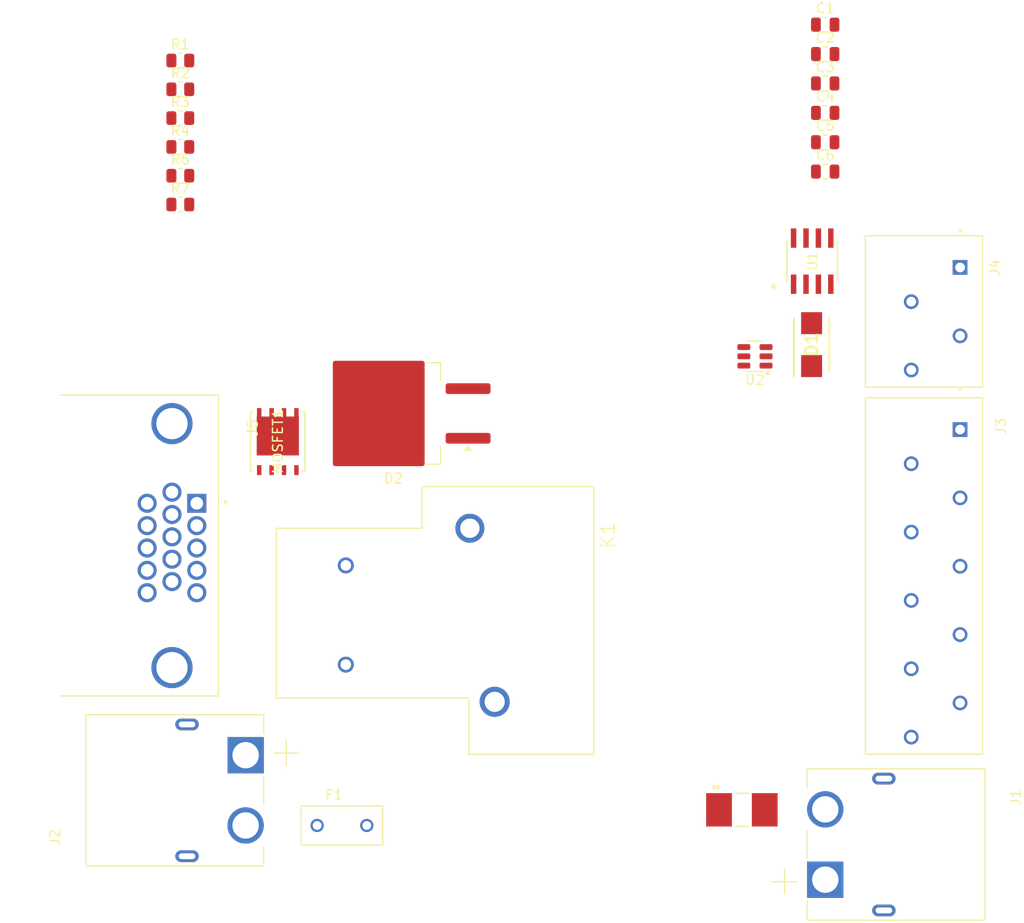
<source format=kicad_pcb>
(kicad_pcb (version 20241229) (generator "pcbnew") (generator_version "9.0")
  (layers (0 "F.Cu" signal) (2 "B.Cu" signal) (13 "F.Paste" user) (15 "B.Paste" user) (5 "F.SilkS" user "F.Silkscreen") (7 "B.SilkS" user "B.Silkscreen") (1 "F.Mask" user) (3 "B.Mask" user) (25 "Edge.Cuts" user))
  (net 0 "")
  (net 1 "GND")
  (net 2 "TH2")
  (net 3 "TH3")
  (net 4 "TH1")
  (net 5 "5V")
  (net 6 "TH7")
  (net 7 "TH6")
  (net 8 "TH8")
  (net 9 "TH4")
  (net 10 "TH9")
  (net 11 "TH5")
  (net 12 "Net-(C4-Pad1)")
  (net 13 "PWM")
  (net 14 "RELAY")
  (net 15 "Current Vout")
  (net 16 "Net-(D1-A)")
  (net 17 "10V")
  (net 18 "/24V")
  (net 19 "/24VIN")
  (net 20 "HEATER OUT")
  (net 21 "Net-(Q1-Pad1)")
  (net 22 "10V PWM")
  (net 23 "Net-(U1-INPUT_A)")
  (net 32 "SHUNT HIGH")
  (net 34 "Net-(R7-Pad2)")
  (footprint "Capacitor_SMD:C_0805_2012Metric" (layer "F.Cu") (at 126.33 65.8)
    (property "Reference" "C3" (at 0 -1.68 0) (layer "F.SilkS"))
    (property "Value" "C4.7uf")
    (fp_line (start -0.261252 -0.735) (end 0.261252 -0.735) (stroke (width 0.12)) (layer "F.SilkS"))
    (fp_line (start -0.261252 0.735) (end 0.261252 0.735) (stroke (width 0.12)) (layer "F.SilkS"))
    (pad "1" smd roundrect (at -0.95 0) (size 1 1.45) (layers "F.Cu" "F.Mask" "F.Paste") (net 1 "GND"))
    (pad "2" smd roundrect (at 0.95 0) (size 1 1.45) (layers "F.Cu" "F.Mask" "F.Paste") (net 5 "5V"))
  )
  (footprint "FUSE_0697H9200:FUSRR508W60L835T400H810" (layer "F.Cu") (at 76.86 141.8)
    (property "Reference" "F1" (at -0.825 -3.135 0) (layer "F.SilkS"))
    (property "Value" "14 Amp Fuse")
    (fp_line (start -4.175 -2) (end -4.175 2) (stroke (width 0.127)) (layer "F.SilkS"))
    (fp_line (start -4.175 2) (end 4.175 2) (stroke (width 0.127)) (layer "F.SilkS"))
    (fp_line (start 4.175 -2) (end -4.175 -2) (stroke (width 0.127)) (layer "F.SilkS"))
    (fp_line (start 4.175 2) (end 4.175 -2) (stroke (width 0.127)) (layer "F.SilkS"))
    (pad "1" thru_hole circle (at -2.54 0) (size 1.35 1.35) (drill 0.9) (layers "*.Cu" "*.Mask") (net 19 "/24VIN"))
    (pad "2" thru_hole circle (at 2.54 0) (size 1.35 1.35) (drill 0.9) (layers "*.Cu" "*.Mask"))
  )
  (footprint "Capacitor_SMD:C_0805_2012Metric" (layer "F.Cu") (at 126.33 71.82)
    (property "Reference" "C5" (at 0 -1.68 0) (layer "F.SilkS"))
    (property "Value" "C0.1uf")
    (fp_line (start -0.261252 -0.735) (end 0.261252 -0.735) (stroke (width 0.12)) (layer "F.SilkS"))
    (fp_line (start -0.261252 0.735) (end 0.261252 0.735) (stroke (width 0.12)) (layer "F.SilkS"))
    (pad "1" smd roundrect (at -0.95 0) (size 1 1.45) (layers "F.Cu" "F.Mask" "F.Paste") (net 1 "GND"))
    (pad "2" smd roundrect (at 0.95 0) (size 1 1.45) (layers "F.Cu" "F.Mask" "F.Paste") (net 5 "5V"))
  )
  (footprint "T9AS1D12_24:RELAY_1-1393210-8" (layer "F.Cu") (at 86.4 120.8 -90)
    (property "Reference" "K1" (at -8.708725 -17.696475 90) (layer "F.SilkS") (effects (font (size 1.400591 1.400591))))
    (property "Value" "1-1393210-8")
    (fp_line (start -9.445 16.255) (end -9.445 1.345) (stroke (width 0.127)) (layer "F.SilkS"))
    (fp_line (start 7.935 16.255) (end -9.445 16.255) (stroke (width 0.127)) (layer "F.SilkS"))
    (fp_line (start -13.715 1.345) (end -13.715 -16.255) (stroke (width 0.127)) (layer "F.SilkS"))
    (fp_line (start -9.445 1.345) (end -13.715 1.345) (stroke (width 0.127)) (layer "F.SilkS"))
    (fp_line (start 7.935 -3.455) (end 7.935 16.255) (stroke (width 0.127)) (layer "F.SilkS"))
    (fp_line (start 13.715 -3.455) (end 7.935 -3.455) (stroke (width 0.127)) (layer "F.SilkS"))
    (fp_line (start -13.715 -16.255) (end 13.715 -16.255) (stroke (width 0.127)) (layer "F.SilkS"))
    (fp_line (start 13.715 -16.255) (end 13.715 -3.455) (stroke (width 0.127)) (layer "F.SilkS"))
    (pad "1" thru_hole circle (at -5.635 9.145 270) (size 1.635 1.635) (drill 1.09) (layers "*.Cu" "*.Mask") (net 5 "5V"))
    (pad "2" thru_hole circle (at 4.525 9.145 270) (size 1.635 1.635) (drill 1.09) (layers "*.Cu" "*.Mask") (net 16 "Net-(D1-A)"))
    (pad "3" thru_hole circle (at 8.335 -6.095 270) (size 3.076 3.076) (drill 2.06) (layers "*.Cu" "*.Mask"))
    (pad "4" thru_hole circle (at -9.445 -3.555 270) (size 2.97 2.97) (drill 1.98) (layers "*.Cu" "*.Mask") (net 18 "/24V"))
  )
  (footprint "Resistor_SMD:R_0805_2012Metric" (layer "F.Cu") (at 60.3125 75.25)
    (property "Reference" "R6" (at 0 -1.65 0) (layer "F.SilkS"))
    (property "Value" "R10")
    (fp_line (start -0.227064 -0.735) (end 0.227064 -0.735) (stroke (width 0.12)) (layer "F.SilkS"))
    (fp_line (start -0.227064 0.735) (end 0.227064 0.735) (stroke (width 0.12)) (layer "F.SilkS"))
    (pad "1" smd roundrect (at -0.9125 0) (size 1.025 1.4) (layers "F.Cu" "F.Mask" "F.Paste") (roundrect_rratio 0.243902) (net 12 "Net-(C4-Pad1)"))
    (pad "2" smd roundrect (at 0.9125 0) (size 1.025 1.4) (layers "F.Cu" "F.Mask" "F.Paste") (roundrect_rratio 0.243902) (net 22 "10V PWM"))
  )
  (footprint "Capacitor_SMD:C_0805_2012Metric" (layer "F.Cu") (at 126.33 59.78)
    (property "Reference" "C1" (at 0 -1.68 0) (layer "F.SilkS"))
    (property "Value" "C4.7uf")
    (fp_line (start -0.261252 -0.735) (end 0.261252 -0.735) (stroke (width 0.12)) (layer "F.SilkS"))
    (fp_line (start -0.261252 0.735) (end 0.261252 0.735) (stroke (width 0.12)) (layer "F.SilkS"))
    (pad "1" smd roundrect (at -0.95 0) (size 1 1.45) (layers "F.Cu" "F.Mask" "F.Paste") (net 17 "10V"))
    (pad "2" smd roundrect (at 0.95 0) (size 1 1.45) (layers "F.Cu" "F.Mask" "F.Paste") (net 1 "GND"))
  )
  (footprint "Resistor_SMD:R_0805_2012Metric" (layer "F.Cu") (at 60.3125 63.45)
    (property "Reference" "R1" (at 0 -1.65 0) (layer "F.SilkS"))
    (property "Value" "100")
    (fp_line (start -0.227064 -0.735) (end 0.227064 -0.735) (stroke (width 0.12)) (layer "F.SilkS"))
    (fp_line (start -0.227064 0.735) (end 0.227064 0.735) (stroke (width 0.12)) (layer "F.SilkS"))
    (pad "1" smd roundrect (at -0.9125 0) (size 1.025 1.4) (layers "F.Cu" "F.Mask" "F.Paste") (roundrect_rratio 0.243902) (net 14 "RELAY"))
    (pad "2" smd roundrect (at 0.9125 0) (size 1.025 1.4) (layers "F.Cu" "F.Mask" "F.Paste") (roundrect_rratio 0.243902) (net 21 "Net-(Q1-Pad1)"))
  )
  (footprint "SIR462DP:POWERPAK_SO-8_SINGLE_VIS" (layer "F.Cu") (at 70.295 102.479 90)
    (property "Reference" "MOSFET1" (at 0 0 90) (layer "F.SilkS"))
    (property "Value" "SIR462DP-T1-GE3")
    (fp_poly (pts (xy 2.5654 -2.159) (xy -1.4224 -2.159) (xy -1.4224 2.159) (xy 2.5654 2.159)) (fill yes) (layer "F.Cu"))
    (fp_line (start 3.0734 -2.7813) (end -3.0734 -2.7813) (stroke (width 0.1524)) (layer "F.SilkS"))
    (fp_line (start -3.0734 -2.7813) (end -3.0734 -2.46634) (stroke (width 0.1524)) (layer "F.SilkS"))
    (fp_line (start 3.0734 -2.46634) (end 3.0734 -2.7813) (stroke (width 0.1524)) (layer "F.SilkS"))
    (fp_line (start -3.0734 2.46634) (end -3.0734 2.7813) (stroke (width 0.1524)) (layer "F.SilkS"))
    (fp_line (start 3.0734 2.7813) (end 3.0734 2.46634) (stroke (width 0.1524)) (layer "F.SilkS"))
    (fp_line (start -3.0734 2.7813) (end 3.0734 2.7813) (stroke (width 0.1524)) (layer "F.SilkS"))
    (pad "1" smd rect (at -2.921 -1.905 90) (size 1.016 0.4572) (layers "F.Cu" "F.Mask" "F.Paste") (net 1 "GND"))
    (pad "2" smd rect (at -2.921 -0.635 90) (size 1.016 0.4572) (layers "F.Cu" "F.Mask" "F.Paste") (net 1 "GND"))
    (pad "3" smd rect (at -2.921 0.635 90) (size 1.016 0.4572) (layers "F.Cu" "F.Mask" "F.Paste") (net 1 "GND"))
    (pad "4" smd rect (at -2.921 1.905 90) (size 1.016 0.4572) (layers "F.Cu" "F.Mask" "F.Paste") (net 12 "Net-(C4-Pad1)"))
    (pad "5" smd rect (at 2.921 1.905 90) (size 1.016 0.4572) (layers "F.Cu" "F.Mask" "F.Paste") (net 20 "HEATER OUT"))
    (pad "6" smd rect (at 2.921 0.635 90) (size 1.016 0.4572) (layers "F.Cu" "F.Mask" "F.Paste") (net 20 "HEATER OUT"))
    (pad "7" smd rect (at 2.921 -0.635 90) (size 1.016 0.4572) (layers "F.Cu" "F.Mask" "F.Paste") (net 20 "HEATER OUT"))
    (pad "8" smd rect (at 2.921 -1.905 90) (size 1.016 0.4572) (layers "F.Cu" "F.Mask" "F.Paste") (net 20 "HEATER OUT"))
  )
  (footprint "Package_TO_SOT_SMD:TO-263-2" (layer "F.Cu") (at 82.125 99.6 180)
    (property "Reference" "D2" (at 0 -6.65 0) (layer "F.SilkS"))
    (property "Value" "V20DM100C-M3/I")
    (fp_line (start -3.46 5.2) (end -4.825 5.2) (stroke (width 0.12)) (layer "F.SilkS"))
    (fp_line (start -3.46 -5.2) (end -4.825 -5.2) (stroke (width 0.12)) (layer "F.SilkS"))
    (fp_line (start -4.825 5.2) (end -4.825 3.39) (stroke (width 0.12)) (layer "F.SilkS"))
    (fp_line (start -4.825 -5.2) (end -4.825 -3.39) (stroke (width 0.12)) (layer "F.SilkS"))
    (fp_poly (pts (xy -7.65 -3.35) (xy -7.99 -3.82) (xy -7.31 -3.82)) (stroke (width 0.12)) (fill yes) (layer "F.SilkS"))
    (pad "1" smd roundrect (at -7.65 -2.54 180) (size 4.6 1.1) (layers "F.Cu" "F.Mask" "F.Paste") (roundrect_rratio 0.227273) (net 18 "/24V"))
    (pad "2" smd roundrect (at 1.5 0 180) (size 9.4 10.8) (layers "F.Cu" "F.Mask") (roundrect_rratio 0.026596) (net 20 "HEATER OUT"))
    (pad "3" smd roundrect (at -7.65 2.54 180) (size 4.6 1.1) (layers "F.Cu" "F.Mask" "F.Paste") (roundrect_rratio 0.227273))
  )
  (footprint "Capacitor_SMD:C_0805_2012Metric" (layer "F.Cu") (at 126.33 62.79)
    (property "Reference" "C2" (at 0 -1.68 0) (layer "F.SilkS"))
    (property "Value" "C0.1uf")
    (fp_line (start -0.261252 -0.735) (end 0.261252 -0.735) (stroke (width 0.12)) (layer "F.SilkS"))
    (fp_line (start -0.261252 0.735) (end 0.261252 0.735) (stroke (width 0.12)) (layer "F.SilkS"))
    (pad "1" smd roundrect (at -0.95 0) (size 1 1.45) (layers "F.Cu" "F.Mask" "F.Paste") (net 17 "10V"))
    (pad "2" smd roundrect (at 0.95 0) (size 1 1.45) (layers "F.Cu" "F.Mask" "F.Paste") (net 1 "GND"))
  )
  (footprint "10090926_P154XLF:AMPHENOL_10090926-P154XLF" (layer "F.Cu") (at 59.46 113.13 -90)
    (property "Reference" "J5" (at -12.065 -8.255 90) (layer "F.SilkS"))
    (property "Value" "10090926-P154XLF")
    (fp_line (start -15.405 11.43) (end -15.405 -4.77) (stroke (width 0.127)) (layer "F.SilkS"))
    (fp_line (start -15.405 -4.77) (end 15.405 -4.77) (stroke (width 0.127)) (layer "F.SilkS"))
    (fp_line (start 15.405 -4.77) (end 15.405 11.43) (stroke (width 0.127)) (layer "F.SilkS"))
    (fp_circle (center -4.465 -5.5) (end -4.365 -5.5) (stroke (width 0.2)) (fill no) (layer "F.SilkS"))
    (pad "1" thru_hole rect (at -4.33 -2.54 270) (size 1.95 1.95) (drill 1.3) (layers "*.Cu" "*.Mask") (net 4 "TH1"))
    (pad "2" thru_hole circle (at -2.04 -2.54 270) (size 1.95 1.95) (drill 1.3) (layers "*.Cu" "*.Mask") (net 2 "TH2"))
    (pad "3" thru_hole circle (at 0.25 -2.54 270) (size 1.95 1.95) (drill 1.3) (layers "*.Cu" "*.Mask") (net 3 "TH3"))
    (pad "4" thru_hole circle (at 2.54 -2.54 270) (size 1.95 1.95) (drill 1.3) (layers "*.Cu" "*.Mask") (net 9 "TH4"))
    (pad "5" thru_hole circle (at 4.83 -2.54 270) (size 1.95 1.95) (drill 1.3) (layers "*.Cu" "*.Mask") (net 11 "TH5"))
    (pad "6" thru_hole circle (at -5.47 0 270) (size 1.95 1.95) (drill 1.3) (layers "*.Cu" "*.Mask"))
    (pad "7" thru_hole circle (at -3.18 0 270) (size 1.95 1.95) (drill 1.3) (layers "*.Cu" "*.Mask"))
    (pad "8" thru_hole circle (at -0.89 0 270) (size 1.95 1.95) (drill 1.3) (layers "*.Cu" "*.Mask"))
    (pad "9" thru_hole circle (at 1.4 0 270) (size 1.95 1.95) (drill 1.3) (layers "*.Cu" "*.Mask"))
    (pad "10" thru_hole circle (at 3.69 0 270) (size 1.95 1.95) (drill 1.3) (layers "*.Cu" "*.Mask") (net 1 "GND"))
    (pad "11" thru_hole circle (at -4.33 2.54 270) (size 1.95 1.95) (drill 1.3) (layers "*.Cu" "*.Mask") (net 5 "5V"))
    (pad "12" thru_hole circle (at -2.04 2.54 270) (size 1.95 1.95) (drill 1.3) (layers "*.Cu" "*.Mask") (net 10 "TH9"))
    (pad "13" thru_hole circle (at 0.25 2.54 270) (size 1.95 1.95) (drill 1.3) (layers "*.Cu" "*.Mask") (net 8 "TH8"))
    (pad "14" thru_hole circle (at 2.54 2.54 270) (size 1.95 1.95) (drill 1.3) (layers "*.Cu" "*.Mask") (net 6 "TH7"))
    (pad "15" thru_hole circle (at 4.83 2.54 270) (size 1.95 1.95) (drill 1.3) (layers "*.Cu" "*.Mask") (net 7 "TH6"))
    (pad "S1" thru_hole circle (at -12.49 0 270) (size 4.216 4.216) (drill 3.2) (layers "*.Cu" "*.Mask") (net 1 "GND"))
    (pad "S2" thru_hole circle (at 12.5 0 270) (size 4.216 4.216) (drill 3.2) (layers "*.Cu" "*.Mask") (net 1 "GND"))
  )
  (footprint "01x12 connnector:PHOENIX_1985276" (layer "F.Cu") (at 130.4375 98 -90)
    (property "Reference" "J3" (at 2.925 -13.885 90) (layer "F.SilkS"))
    (property "Value" "1985276")
    (fp_line (start 0 0) (end 0 -12) (stroke (width 0.127)) (layer "F.SilkS"))
    (fp_line (start 36.5 0) (end 0 0) (stroke (width 0.127)) (layer "F.SilkS"))
    (fp_line (start 0 -12) (end 36.5 -12) (stroke (width 0.127)) (layer "F.SilkS"))
    (fp_line (start 36.5 -12) (end 36.5 0) (stroke (width 0.127)) (layer "F.SilkS"))
    (fp_circle (center -0.91 -9.7) (end -0.81 -9.7) (stroke (width 0.2)) (fill no) (layer "F.SilkS"))
    (pad "1" thru_hole rect (at 3.25 -9.7 270) (size 1.508 1.508) (drill 1) (layers "*.Cu" "*.Mask") (net 4 "TH1"))
    (pad "2" thru_hole circle (at 6.75 -4.7 270) (size 1.508 1.508) (drill 1) (layers "*.Cu" "*.Mask") (net 2 "TH2"))
    (pad "3" thru_hole circle (at 10.25 -9.7 270) (size 1.508 1.508) (drill 1) (layers "*.Cu" "*.Mask") (net 3 "TH3"))
    (pad "4" thru_hole circle (at 13.75 -4.7 270) (size 1.508 1.508) (drill 1) (layers "*.Cu" "*.Mask") (net 9 "TH4"))
    (pad "5" thru_hole circle (at 17.25 -9.7 270) (size 1.508 1.508) (drill 1) (layers "*.Cu" "*.Mask") (net 11 "TH5"))
    (pad "6" thru_hole circle (at 20.75 -4.7 270) (size 1.508 1.508) (drill 1) (layers "*.Cu" "*.Mask") (net 7 "TH6"))
    (pad "7" thru_hole circle (at 24.25 -9.7 270) (size 1.508 1.508) (drill 1) (layers "*.Cu" "*.Mask") (net 6 "TH7"))
    (pad "8" thru_hole circle (at 27.75 -4.7 270) (size 1.508 1.508) (drill 1) (layers "*.Cu" "*.Mask") (net 8 "TH8"))
    (pad "9" thru_hole circle (at 31.25 -9.7 270) (size 1.508 1.508) (drill 1) (layers "*.Cu" "*.Mask") (net 10 "TH9"))
    (pad "10" thru_hole circle (at 34.75 -4.7 270) (size 1.508 1.508) (drill 1) (layers "*.Cu" "*.Mask") (net 15 "Current Vout"))
  )
  (footprint "Capacitor_SMD:C_0805_2012Metric" (layer "F.Cu") (at 126.33 74.83)
    (property "Reference" "C6" (at 0 -1.68 0) (layer "F.SilkS"))
    (property "Value" "C0.1u")
    (fp_line (start -0.261252 -0.735) (end 0.261252 -0.735) (stroke (width 0.12)) (layer "F.SilkS"))
    (fp_line (start -0.261252 0.735) (end 0.261252 0.735) (stroke (width 0.12)) (layer "F.SilkS"))
    (pad "1" smd roundrect (at -0.95 0) (size 1 1.45) (layers "F.Cu" "F.Mask" "F.Paste") (net 15 "Current Vout"))
    (pad "2" smd roundrect (at 0.95 0) (size 1 1.45) (layers "F.Cu" "F.Mask" "F.Paste") (net 1 "GND"))
  )
  (footprint "XT60PW-M:AMASS_XT60PW-M" (layer "F.Cu") (at 132.3375 143.75 -90)
    (property "Reference" "J1" (at -4.8236 -13.51498 90) (layer "F.SilkS") (effects (font (size 1.000441 1.000441))))
    (property "Value" "XT60PW-M")
    (fp_line (start 2.54 10.16) (end 3.81 10.16) (stroke (width 0.127)) (layer "F.SilkS"))
    (fp_line (start 3.81 10.16) (end 3.81 11.43) (stroke (width 0.127)) (layer "F.SilkS"))
    (fp_line (start 3.81 10.16) (end 3.81 8.89) (stroke (width 0.127)) (layer "F.SilkS"))
    (fp_line (start 5.08 10.16) (end 3.81 10.16) (stroke (width 0.127)) (layer "F.SilkS"))
    (fp_line (start -7.75 7.85) (end -5.778 7.85) (stroke (width 0.127)) (layer "F.SilkS"))
    (fp_line (start -1.422 7.85) (end 1.422 7.85) (stroke (width 0.127)) (layer "F.SilkS"))
    (fp_line (start 7.75 7.85) (end 5.778 7.85) (stroke (width 0.127)) (layer "F.SilkS"))
    (fp_line (start 7.75 7.85) (end 7.75 -10.35) (stroke (width 0.127)) (layer "F.SilkS"))
    (fp_line (start -7.75 -10.35) (end -7.75 7.85) (stroke (width 0.127)) (layer "F.SilkS"))
    (fp_line (start 7.75 -10.35) (end -7.75 -10.35) (stroke (width 0.127)) (layer "F.SilkS"))
    (pad "1" thru_hole rect (at 3.6 6 270) (size 3.716 3.716) (drill 2.7) (layers "*.Cu" "*.Mask") (net 18 "/24V"))
    (pad "2" thru_hole circle (at -3.6 6 270) (size 3.716 3.716) (drill 2.7) (layers "*.Cu" "*.Mask") (net 32 "SHUNT HIGH"))
    (pad "S1" thru_hole oval (at 6.75 0 270) (size 1.2 2.4) (drill oval 0.6 1.7) (layers "*.Cu" "*.Mask"))
    (pad "S2" thru_hole oval (at -6.75 0 270) (size 1.2 2.4) (drill oval 0.6 1.7) (layers "*.Cu" "*.Mask"))
  )
  (footprint "XT60PW-M:AMASS_XT60PW-M" (layer "F.Cu") (at 61 138.2 90)
    (property "Reference" "J2" (at -4.8236 -13.51498 90) (layer "F.SilkS") (effects (font (size 1.000441 1.000441))))
    (property "Value" "XT60PW-M")
    (fp_line (start 7.75 -10.35) (end -7.75 -10.35) (stroke (width 0.127)) (layer "F.SilkS"))
    (fp_line (start -7.75 -10.35) (end -7.75 7.85) (stroke (width 0.127)) (layer "F.SilkS"))
    (fp_line (start 7.75 7.85) (end 7.75 -10.35) (stroke (width 0.127)) (layer "F.SilkS"))
    (fp_line (start 7.75 7.85) (end 5.778 7.85) (stroke (width 0.127)) (layer "F.SilkS"))
    (fp_line (start -1.422 7.85) (end 1.422 7.85) (stroke (width 0.127)) (layer "F.SilkS"))
    (fp_line (start -7.75 7.85) (end -5.778 7.85) (stroke (width 0.127)) (layer "F.SilkS"))
    (fp_line (start 5.08 10.16) (end 3.81 10.16) (stroke (width 0.127)) (layer "F.SilkS"))
    (fp_line (start 3.81 10.16) (end 3.81 8.89) (stroke (width 0.127)) (layer "F.SilkS"))
    (fp_line (start 3.81 10.16) (end 3.81 11.43) (stroke (width 0.127)) (layer "F.SilkS"))
    (fp_line (start 2.54 10.16) (end 3.81 10.16) (stroke (width 0.127)) (layer "F.SilkS"))
    (pad "1" thru_hole rect (at 3.6 6 90) (size 3.716 3.716) (drill 2.7) (layers "*.Cu" "*.Mask") (net 1 "GND"))
    (pad "2" thru_hole circle (at -3.6 6 90) (size 3.716 3.716) (drill 2.7) (layers "*.Cu" "*.Mask") (net 19 "/24VIN"))
    (pad "S1" thru_hole oval (at 6.75 0 90) (size 1.2 2.4) (drill oval 0.6 1.7) (layers "*.Cu" "*.Mask"))
    (pad "S2" thru_hole oval (at -6.75 0 90) (size 1.2 2.4) (drill oval 0.6 1.7) (layers "*.Cu" "*.Mask"))
  )
  (footprint "Resistor_SMD:R_0805_2012Metric" (layer "F.Cu") (at 60.3125 72.3)
    (property "Reference" "R4" (at 0 -1.65 0) (layer "F.SilkS"))
    (property "Value" "4.7k")
    (fp_line (start -0.227064 -0.735) (end 0.227064 -0.735) (stroke (width 0.12)) (layer "F.SilkS"))
    (fp_line (start -0.227064 0.735) (end 0.227064 0.735) (stroke (width 0.12)) (layer "F.SilkS"))
    (pad "1" smd roundrect (at -0.9125 0) (size 1.025 1.4) (layers "F.Cu" "F.Mask" "F.Paste") (roundrect_rratio 0.243902) (net 21 "Net-(Q1-Pad1)"))
    (pad "2" smd roundrect (at 0.9125 0) (size 1.025 1.4) (layers "F.Cu" "F.Mask" "F.Paste") (roundrect_rratio 0.243902) (net 1 "GND"))
  )
  (footprint "Resistor_SMD:R_0805_2012Metric" (layer "F.Cu") (at 60.3125 78.2)
    (property "Reference" "R7" (at 0 -1.65 0) (layer "F.SilkS"))
    (property "Value" "R1k")
    (fp_line (start -0.227064 -0.735) (end 0.227064 -0.735) (stroke (width 0.12)) (layer "F.SilkS"))
    (fp_line (start -0.227064 0.735) (end 0.227064 0.735) (stroke (width 0.12)) (layer "F.SilkS"))
    (pad "1" smd roundrect (at -0.9125 0) (size 1.025 1.4) (layers "F.Cu" "F.Mask" "F.Paste") (roundrect_rratio 0.243902) (net 15 "Current Vout"))
    (pad "2" smd roundrect (at 0.9125 0) (size 1.025 1.4) (layers "F.Cu" "F.Mask" "F.Paste") (roundrect_rratio 0.243902) (net 34 "Net-(R7-Pad2)"))
  )
  (footprint "Package_TO_SOT_SMD:SOT-23-6" (layer "F.Cu") (at 119.1375 93.75 180)
    (property "Reference" "U2" (at 0 -2.4 0) (layer "F.SilkS"))
    (property "Value" "INA181")
    (fp_line (start 0 1.56) (end 0.8 1.56) (stroke (width 0.12)) (layer "F.SilkS"))
    (fp_line (start 0 1.56) (end -0.8 1.56) (stroke (width 0.12)) (layer "F.SilkS"))
    (fp_line (start 0 -1.56) (end 0.8 -1.56) (stroke (width 0.12)) (layer "F.SilkS"))
    (fp_line (start 0 -1.56) (end -0.8 -1.56) (stroke (width 0.12)) (layer "F.SilkS"))
    (fp_poly (pts (xy -1.3 -1.51) (xy -1.54 -1.84) (xy -1.06 -1.84)) (stroke (width 0.12)) (fill yes) (layer "F.SilkS"))
    (pad "1" smd roundrect (at -1.1375 -0.95 180) (size 1.325 0.6) (layers "F.Cu" "F.Mask" "F.Paste") (net 34 "Net-(R7-Pad2)"))
    (pad "2" smd roundrect (at -1.1375 0 180) (size 1.325 0.6) (layers "F.Cu" "F.Mask" "F.Paste") (net 1 "GND"))
    (pad "3" smd roundrect (at -1.1375 0.95 180) (size 1.325 0.6) (layers "F.Cu" "F.Mask" "F.Paste") (net 32 "SHUNT HIGH"))
    (pad "4" smd roundrect (at 1.1375 0.95 180) (size 1.325 0.6) (layers "F.Cu" "F.Mask" "F.Paste") (net 20 "HEATER OUT"))
    (pad "5" smd roundrect (at 1.1375 0 180) (size 1.325 0.6) (layers "F.Cu" "F.Mask" "F.Paste") (net 1 "GND"))
    (pad "6" smd roundrect (at 1.1375 -0.95 180) (size 1.325 0.6) (layers "F.Cu" "F.Mask" "F.Paste") (net 5 "5V"))
  )
  (footprint "TC4427:SOIC8-N_MC_MCH" (layer "F.Cu") (at 125 84 90)
    (property "Reference" "U1" (at 0 0 90) (layer "F.SilkS"))
    (property "Value" "TC4427ACOA")
    (fp_line (start 2.0828 -2.5781) (end -2.0828 -2.5781) (stroke (width 0.1524)) (layer "F.SilkS"))
    (fp_line (start -2.0828 2.5781) (end 2.0828 2.5781) (stroke (width 0.1524)) (layer "F.SilkS"))
    (fp_text user "*" (at -2.6162 -3.6068 90) (layer "F.SilkS"))
    (fp_text user "*" (at -2.6162 -3.6068 90) (layer "F.SilkS"))
    (pad "1" smd rect (at -2.3622 -1.905 90) (size 1.9812 0.5588) (layers "F.Cu" "F.Mask" "F.Paste"))
    (pad "2" smd rect (at -2.3622 -0.635 90) (size 1.9812 0.5588) (layers "F.Cu" "F.Mask" "F.Paste") (net 23 "Net-(U1-INPUT_A)"))
    (pad "3" smd rect (at -2.3622 0.635 90) (size 1.9812 0.5588) (layers "F.Cu" "F.Mask" "F.Paste") (net 1 "GND"))
    (pad "4" smd rect (at -2.3622 1.905 90) (size 1.9812 0.5588) (layers "F.Cu" "F.Mask" "F.Paste") (net 1 "GND"))
    (pad "5" smd rect (at 2.3622 1.905 90) (size 1.9812 0.5588) (layers "F.Cu" "F.Mask" "F.Paste"))
    (pad "6" smd rect (at 2.3622 0.635 90) (size 1.9812 0.5588) (layers "F.Cu" "F.Mask" "F.Paste") (net 17 "10V"))
    (pad "7" smd rect (at 2.3622 -0.635 90) (size 1.9812 0.5588) (layers "F.Cu" "F.Mask" "F.Paste") (net 22 "10V PWM"))
    (pad "8" smd rect (at 2.3622 -1.905 90) (size 1.9812 0.5588) (layers "F.Cu" "F.Mask" "F.Paste"))
  )
  (footprint "Capacitor_SMD:C_0805_2012Metric" (layer "F.Cu") (at 126.33 68.81)
    (property "Reference" "C4" (at 0 -1.68 0) (layer "F.SilkS"))
    (property "Value" "C19nf")
    (fp_line (start -0.261252 -0.735) (end 0.261252 -0.735) (stroke (width 0.12)) (layer "F.SilkS"))
    (fp_line (start -0.261252 0.735) (end 0.261252 0.735) (stroke (width 0.12)) (layer "F.SilkS"))
    (pad "1" smd roundrect (at -0.95 0) (size 1 1.45) (layers "F.Cu" "F.Mask" "F.Paste") (net 12 "Net-(C4-Pad1)"))
    (pad "2" smd roundrect (at 0.95 0) (size 1 1.45) (layers "F.Cu" "F.Mask" "F.Paste") (net 1 "GND"))
  )
  (footprint "CRE2512_FZ_R001E_2 (1):RESC6432X90N" (layer "F.Cu") (at 117.8 140.2)
    (property "Reference" "R5" (at -2.66 -2.3 0) (layer "F.SilkS") (effects (font (size 0.393701 0.393701))))
    (property "Value" "R0.001")
    (fp_line (start -0.7 -1.7) (end 0.7 -1.7) (stroke (width 0.127)) (layer "F.SilkS"))
    (fp_line (start -0.7 1.7) (end 0.7 1.7) (stroke (width 0.127)) (layer "F.SilkS"))
    (pad "1" smd rect (at -2.34 0) (size 2.64 3.42) (layers "F.Cu" "F.Mask" "F.Paste") (net 20 "HEATER OUT"))
    (pad "2" smd rect (at 2.34 0) (size 2.64 3.42) (layers "F.Cu" "F.Mask" "F.Paste") (net 32 "SHUNT HIGH"))
  )
  (footprint "Resistor_SMD:R_0805_2012Metric" (layer "F.Cu") (at 60.3125 66.4)
    (property "Reference" "R2" (at 0 -1.65 0) (layer "F.SilkS"))
    (property "Value" "100")
    (fp_line (start -0.227064 -0.735) (end 0.227064 -0.735) (stroke (width 0.12)) (layer "F.SilkS"))
    (fp_line (start -0.227064 0.735) (end 0.227064 0.735) (stroke (width 0.12)) (layer "F.SilkS"))
    (pad "1" smd roundrect (at -0.9125 0) (size 1.025 1.4) (layers "F.Cu" "F.Mask" "F.Paste") (roundrect_rratio 0.243902) (net 13 "PWM"))
    (pad "2" smd roundrect (at 0.9125 0) (size 1.025 1.4) (layers "F.Cu" "F.Mask" "F.Paste") (roundrect_rratio 0.243902) (net 23 "Net-(U1-INPUT_A)"))
  )
  (footprint "1985218:TE_1985218" (layer "F.Cu") (at 136.4375 89.15 -90)
    (property "Reference" "J4" (at -4.4925 -7.2325 90) (layer "F.SilkS"))
    (property "Value" "1985218")
    (fp_line (start -7.75 6) (end -7.75 -6) (stroke (width 0.127)) (layer "F.SilkS"))
    (fp_line (start 7.75 6) (end -7.75 6) (stroke (width 0.127)) (layer "F.SilkS"))
    (fp_line (start -7.75 -6) (end 7.75 -6) (stroke (width 0.127)) (layer "F.SilkS"))
    (fp_line (start 7.75 -6) (end 7.75 6) (stroke (width 0.127)) (layer "F.SilkS"))
    (fp_circle (center -8.25 -3.7) (end -8.15 -3.7) (stroke (width 0.2)) (fill no) (layer "F.SilkS"))
    (pad "1" thru_hole rect (at -4.5 -3.7 270) (size 1.508 1.508) (drill 1) (layers "*.Cu" "*.Mask") (net 13 "PWM"))
    (pad "2" thru_hole circle (at -1 1.3 270) (size 1.508 1.508) (drill 1) (layers "*.Cu" "*.Mask") (net 14 "RELAY"))
    (pad "3" thru_hole circle (at 2.5 -3.7 270) (size 1.508 1.508) (drill 1) (layers "*.Cu" "*.Mask") (net 17 "10V"))
    (pad "4" thru_hole circle (at 6 1.3 270) (size 1.508 1.508) (drill 1) (layers "*.Cu" "*.Mask") (net 5 "5V"))
  )
  (footprint "MBRS1100T3G:DIOM5436X247N" (layer "F.Cu") (at 124.9375 92.55 90)
    (property "Reference" "D1" (at 0 0 90) (layer "F.SilkS") (effects (font (size 1.27 1.27) (thickness 0.254))))
    (property "Value" "MBRS1100T3G" (hide yes))
    (fp_line (start 2.702 -1.812) (end -3.275 -1.812) (stroke (width 0.2)) (layer "F.SilkS"))
    (fp_line (start -2.702 1.812) (end 2.702 1.812) (stroke (width 0.2)) (layer "F.SilkS"))
    (pad "1" smd rect (at -2.2 0 180) (size 2.15 2.25) (layers "F.Cu" "F.Mask" "F.Paste") (net 5 "5V"))
    (pad "2" smd rect (at 2.2 0 180) (size 2.15 2.25) (layers "F.Cu" "F.Mask" "F.Paste") (net 16 "Net-(D1-A)"))
  )
  (footprint "Resistor_SMD:R_0805_2012Metric" (layer "F.Cu") (at 60.3125 69.35)
    (property "Reference" "R3" (at 0 -1.65 0) (layer "F.SilkS"))
    (property "Value" "R100k")
    (fp_line (start -0.227064 -0.735) (end 0.227064 -0.735) (stroke (width 0.12)) (layer "F.SilkS"))
    (fp_line (start -0.227064 0.735) (end 0.227064 0.735) (stroke (width 0.12)) (layer "F.SilkS"))
    (pad "1" smd roundrect (at -0.9125 0) (size 1.025 1.4) (layers "F.Cu" "F.Mask" "F.Paste") (roundrect_rratio 0.243902) (net 23 "Net-(U1-INPUT_A)"))
    (pad "2" smd roundrect (at 0.9125 0) (size 1.025 1.4) (layers "F.Cu" "F.Mask" "F.Paste") (roundrect_rratio 0.243902) (net 1 "GND"))
  )
)
</source>
